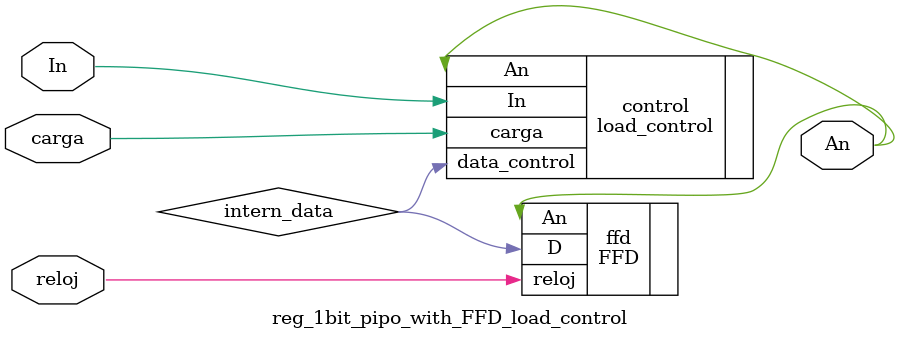
<source format=v>
`include "FFD.v"
`include "load_control.v"

module reg_1bit_pipo_with_FFD_load_control(
    input carga, reloj,
    input In,
    output An
);

    // Instanciar FFD y load control
    wire intern_data;

    FFD ffd(.reloj(reloj), .D(intern_data), .An(An));
    load_control control(.carga(carga), .In(In), .An(An), .data_control(intern_data));

endmodule
</source>
